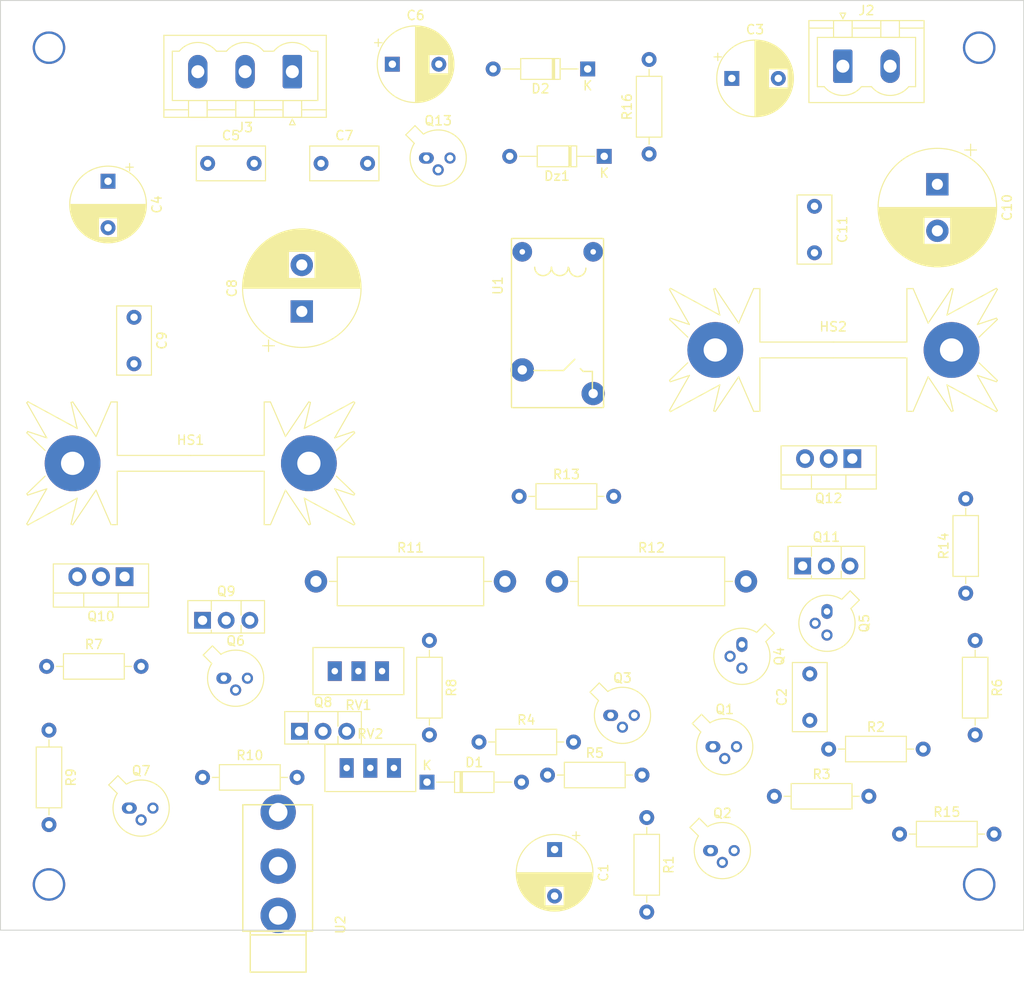
<source format=kicad_pcb>
(kicad_pcb (version 20211014) (generator pcbnew)
  (title_block (title "Belafki/Elhaddad") (company "INSA GEI"))
  (layers (0 "F.Cu" signal) (31 "B.Cu" signal) (34 "B.Paste" user) (35 "F.Paste" user) (36 "B.SilkS" user "B.Silkscreen") (37 "F.SilkS" user "F.Silkscreen") (38 "B.Mask" user) (39 "F.Mask" user) (44 "Edge.Cuts" user))
  (net 0 "")
  (net 1 "Net-(C1-Pad1)")
  (net 2 "Net-(C1-Pad2)")
  (net 3 "Net-(C2-Pad1)")
  (net 4 "Net-(C2-Pad2)")
  (net 5 "Net-(C3-Pad1)")
  (net 6 "GND")
  (net 7 "+12V")
  (net 8 "-12V")
  (net 9 "Net-(D1-Pad2)")
  (net 10 "Net-(D2-Pad2)")
  (net 11 "Net-(Dz1-Pad2)")
  (net 12 "Net-(J2-Pad1)")
  (net 13 "Net-(Q1-Pad1)")
  (net 14 "Net-(Q2-Pad2)")
  (net 15 "Net-(Q2-Pad3)")
  (net 16 "Net-(Q3-Pad1)")
  (net 17 "Net-(Q4-Pad1)")
  (net 18 "Net-(Q5-Pad1)")
  (net 19 "Net-(Q6-Pad1)")
  (net 20 "Net-(Q6-Pad2)")
  (net 21 "Net-(Q6-Pad3)")
  (net 22 "Net-(Q7-Pad1)")
  (net 23 "Net-(Q8-Pad3)")
  (net 24 "Net-(Q10-Pad2)")
  (net 25 "Net-(Q10-Pad1)")
  (net 26 "Net-(Q11-Pad1)")
  (net 27 "Net-(Q11-Pad2)")
  (net 28 "Net-(R8-Pad1)")
  (net 29 "Net-(R10-Pad2)")
  (net 30 "Net-(R11-Pad2)")
  (footprint "Resistor_THT:R_Axial_DIN0516_L15.5mm_D5.0mm_P20.32mm_Horizontal" (layer "F.Cu") (at 150.114 105.156)
    (fp_text reference "R12" (at 10.16 -3.62) (layer "F.SilkS"))
    (fp_text value "R")
    (pad "1" thru_hole circle (at 0 0) (size 2.4 2.4) (drill 1.2) (layers *.Cu *.Mask) (net 30 "Net-(R11-Pad2)"))
    (pad "2" thru_hole oval (at 20.32 0) (size 2.4 2.4) (drill 1.2) (layers *.Cu *.Mask) (net 26 "Net-(Q11-Pad1)"))
  )
  (footprint "Capacitor_THT:C_Rect_L7.2mm_W3.5mm_P5.00mm_FKS2_FKP2_MKS2_MKP2" (layer "F.Cu") (at 177.8 64.81 -90)
    (fp_text reference "C11" (at 2.5 -3 90) (layer "F.SilkS"))
    (fp_text value "100n")
    (pad "1" thru_hole circle (at 0 0 270) (size 1.6 1.6) (drill 0.8) (layers *.Cu *.Mask) (net 6 "GND"))
    (pad "2" thru_hole circle (at 5 0 270) (size 1.6 1.6) (drill 0.8) (layers *.Cu *.Mask) (net 8 "-12V"))
  )
  (footprint "Heatsink:Heatsink_Fischer_SK104-STC-STIC_35x13mm_2xDrill2.5mm" (layer "F.Cu") (at 110.744 92.456)
    (fp_text reference "HS1" (at -0.025 -2.5) (layer "F.SilkS"))
    (fp_text value "Heatsink")
    (pad "1" thru_hole circle (at 12.7 0) (size 6 6) (drill 2.5) (layers *.Cu *.Mask))
    (pad "1" thru_hole circle (at -12.7 0 180) (size 6 6) (drill 2.5) (layers *.Cu *.Mask))
  )
  (footprint "Package_TO_SOT_THT:TO-126-3_Vertical" (layer "F.Cu") (at 176.53 103.499)
    (fp_text reference "Q11" (at 2.54 -3.12) (layer "F.SilkS"))
    (fp_text value "BD138")
    (pad "1" thru_hole rect (at 0 0) (size 1.8 1.8) (drill 1) (layers *.Cu *.Mask) (net 26 "Net-(Q11-Pad1)"))
    (pad "2" thru_hole oval (at 2.54 0) (size 1.8 1.8) (drill 1) (layers *.Cu *.Mask) (net 27 "Net-(Q11-Pad2)"))
    (pad "3" thru_hole oval (at 5.08 0) (size 1.8 1.8) (drill 1) (layers *.Cu *.Mask) (net 4 "Net-(C2-Pad2)"))
  )
  (footprint "Package_TO_SOT_THT:TO-18-3" (layer "F.Cu") (at 114.3 115.57)
    (fp_text reference "Q6" (at 1.27 -4.02) (layer "F.SilkS"))
    (fp_text value "2N2907")
    (pad "1" thru_hole oval (at 0 0) (size 1.6 1.2) (drill 0.7) (layers *.Cu *.Mask) (net 19 "Net-(Q6-Pad1)"))
    (pad "2" thru_hole oval (at 1.27 1.27) (size 1.2 1.2) (drill 0.7) (layers *.Cu *.Mask) (net 20 "Net-(Q6-Pad2)"))
    (pad "3" thru_hole oval (at 2.54 0) (size 1.2 1.2) (drill 0.7) (layers *.Cu *.Mask) (net 21 "Net-(Q6-Pad3)"))
  )
  (footprint "Capacitor_THT:C_Rect_L7.2mm_W3.5mm_P5.00mm_FKS2_FKP2_MKS2_MKP2" (layer "F.Cu") (at 177.292 120.102 90)
    (fp_text reference "C2" (at 2.5 -3 90) (layer "F.SilkS"))
    (fp_text value "C")
    (pad "1" thru_hole circle (at 0 0 90) (size 1.6 1.6) (drill 0.8) (layers *.Cu *.Mask) (net 3 "Net-(C2-Pad1)"))
    (pad "2" thru_hole circle (at 5 0 90) (size 1.6 1.6) (drill 0.8) (layers *.Cu *.Mask) (net 4 "Net-(C2-Pad2)"))
  )
  (footprint "Resistor_THT:R_Axial_DIN0207_L6.3mm_D2.5mm_P10.16mm_Horizontal" (layer "F.Cu") (at 95.504 121.158 -90)
    (fp_text reference "R9" (at 5.08 -2.37 90) (layer "F.SilkS"))
    (fp_text value "R")
    (pad "1" thru_hole circle (at 0 0 270) (size 1.6 1.6) (drill 0.8) (layers *.Cu *.Mask) (net 7 "+12V"))
    (pad "2" thru_hole oval (at 10.16 0 270) (size 1.6 1.6) (drill 0.8) (layers *.Cu *.Mask) (net 22 "Net-(Q7-Pad1)"))
  )
  (footprint "Package_TO_SOT_THT:TO-18-3" (layer "F.Cu") (at 169.995276 111.944724 -90)
    (fp_text reference "Q4" (at 1.27 -4.02 90) (layer "F.SilkS"))
    (fp_text value "2N2222")
    (pad "1" thru_hole oval (at 0 0 270) (size 1.6 1.2) (drill 0.7) (layers *.Cu *.Mask) (net 17 "Net-(Q4-Pad1)"))
    (pad "2" thru_hole oval (at 1.27 1.27 270) (size 1.2 1.2) (drill 0.7) (layers *.Cu *.Mask) (net 3 "Net-(C2-Pad1)"))
    (pad "3" thru_hole oval (at 2.54 0 270) (size 1.2 1.2) (drill 0.7) (layers *.Cu *.Mask) (net 4 "Net-(C2-Pad2)"))
  )
  (footprint "Package_TO_SOT_THT:TO-18-3" (layer "F.Cu") (at 104.14 129.54)
    (fp_text reference "Q7" (at 1.27 -4.02) (layer "F.SilkS"))
    (fp_text value "2N2907")
    (pad "1" thru_hole oval (at 0 0) (size 1.6 1.2) (drill 0.7) (layers *.Cu *.Mask) (net 22 "Net-(Q7-Pad1)"))
    (pad "2" thru_hole oval (at 1.27 1.27) (size 1.2 1.2) (drill 0.7) (layers *.Cu *.Mask) (net 20 "Net-(Q6-Pad2)"))
    (pad "3" thru_hole oval (at 2.54 0) (size 1.2 1.2) (drill 0.7) (layers *.Cu *.Mask) (net 20 "Net-(Q6-Pad2)"))
  )
  (footprint "Resistor_THT:R_Axial_DIN0207_L6.3mm_D2.5mm_P10.16mm_Horizontal" (layer "F.Cu") (at 173.482 128.27)
    (fp_text reference "R3" (at 5.08 -2.37) (layer "F.SilkS"))
    (fp_text value "R")
    (pad "1" thru_hole circle (at 0 0) (size 1.6 1.6) (drill 0.8) (layers *.Cu *.Mask) (net 15 "Net-(Q2-Pad3)"))
    (pad "2" thru_hole oval (at 10.16 0) (size 1.6 1.6) (drill 0.8) (layers *.Cu *.Mask) (net 8 "-12V"))
  )
  (footprint "Resistor_THT:R_Axial_DIN0207_L6.3mm_D2.5mm_P10.16mm_Horizontal" (layer "F.Cu") (at 141.732 122.428)
    (fp_text reference "R4" (at 5.08 -2.37) (layer "F.SilkS"))
    (fp_text value "R")
    (pad "1" thru_hole circle (at 0 0) (size 1.6 1.6) (drill 0.8) (layers *.Cu *.Mask) (net 7 "+12V"))
    (pad "2" thru_hole oval (at 10.16 0) (size 1.6 1.6) (drill 0.8) (layers *.Cu *.Mask) (net 16 "Net-(Q3-Pad1)"))
  )
  (footprint "Package_TO_SOT_THT:TO-220-3_Vertical" (layer "F.Cu") (at 103.632 104.648 180)
    (fp_text reference "Q10" (at 2.54 -4.27) (layer "F.SilkS"))
    (fp_text value "TIP32")
    (pad "1" thru_hole rect (at 0 0 180) (size 1.905 2) (drill 1.1) (layers *.Cu *.Mask) (net 25 "Net-(Q10-Pad1)"))
    (pad "2" thru_hole oval (at 2.54 0 180) (size 1.905 2) (drill 1.1) (layers *.Cu *.Mask) (net 24 "Net-(Q10-Pad2)"))
    (pad "3" thru_hole oval (at 5.08 0 180) (size 1.905 2) (drill 1.1) (layers *.Cu *.Mask) (net 7 "+12V"))
  )
  (footprint "Resistor_THT:R_Axial_DIN0207_L6.3mm_D2.5mm_P10.16mm_Horizontal" (layer "F.Cu") (at 159.766 130.556 -90)
    (fp_text reference "R1" (at 5.08 -2.37 90) (layer "F.SilkS"))
    (fp_text value "R")
    (pad "1" thru_hole circle (at 0 0 270) (size 1.6 1.6) (drill 0.8) (layers *.Cu *.Mask) (net 1 "Net-(C1-Pad1)"))
    (pad "2" thru_hole oval (at 10.16 0 270) (size 1.6 1.6) (drill 0.8) (layers *.Cu *.Mask) (net 6 "GND"))
  )
  (footprint "Resistor_THT:R_Axial_DIN0516_L15.5mm_D5.0mm_P20.32mm_Horizontal" (layer "F.Cu") (at 124.206 105.156)
    (fp_text reference "R11" (at 10.16 -3.62) (layer "F.SilkS"))
    (fp_text value "R")
    (pad "1" thru_hole circle (at 0 0) (size 2.4 2.4) (drill 1.2) (layers *.Cu *.Mask) (net 24 "Net-(Q10-Pad2)"))
    (pad "2" thru_hole oval (at 20.32 0) (size 2.4 2.4) (drill 1.2) (layers *.Cu *.Mask) (net 30 "Net-(R11-Pad2)"))
  )
  (footprint "Resistor_THT:R_Axial_DIN0207_L6.3mm_D2.5mm_P10.16mm_Horizontal" (layer "F.Cu") (at 95.25 114.3)
    (fp_text reference "R7" (at 5.08 -2.37) (layer "F.SilkS"))
    (fp_text value "R")
    (pad "1" thru_hole circle (at 0 0) (size 1.6 1.6) (drill 0.8) (layers *.Cu *.Mask) (net 7 "+12V"))
    (pad "2" thru_hole oval (at 10.16 0) (size 1.6 1.6) (drill 0.8) (layers *.Cu *.Mask) (net 19 "Net-(Q6-Pad1)"))
  )
  (footprint "Package_TO_SOT_THT:TO-220-3_Vertical" (layer "F.Cu") (at 181.864 91.948 180)
    (fp_text reference "Q12" (at 2.54 -4.27) (layer "F.SilkS"))
    (fp_text value "TIP31")
    (pad "1" thru_hole rect (at 0 0 180) (size 1.905 2) (drill 1.1) (layers *.Cu *.Mask) (net 27 "Net-(Q11-Pad2)"))
    (pad "2" thru_hole oval (at 2.54 0 180) (size 1.905 2) (drill 1.1) (layers *.Cu *.Mask) (net 26 "Net-(Q11-Pad1)"))
    (pad "3" thru_hole oval (at 5.08 0 180) (size 1.905 2) (drill 1.1) (layers *.Cu *.Mask) (net 8 "-12V"))
  )
  (footprint "Resistor_THT:R_Axial_DIN0207_L6.3mm_D2.5mm_P10.16mm_Horizontal" (layer "F.Cu") (at 149.098 125.984)
    (fp_text reference "R5" (at 5.08 -2.37) (layer "F.SilkS"))
    (fp_text value "R")
    (pad "1" thru_hole circle (at 0 0) (size 1.6 1.6) (drill 0.8) (layers *.Cu *.Mask) (net 11 "Net-(Dz1-Pad2)"))
    (pad "2" thru_hole oval (at 10.16 0) (size 1.6 1.6) (drill 0.8) (layers *.Cu *.Mask) (net 6 "GND"))
  )
  (footprint "Diode_THT:D_DO-35_SOD27_P10.16mm_Horizontal" (layer "F.Cu") (at 136.144 126.746)
    (fp_text reference "D1" (at 5.08 -2.12) (layer "F.SilkS"))
    (fp_text value "1N4148")
    (fp_text user "K" (at 0 -1.8) (layer "F.SilkS"))
    (pad "1" thru_hole rect (at 0 0) (size 1.6 1.6) (drill 0.8) (layers *.Cu *.Mask) (net 7 "+12V"))
    (pad "2" thru_hole oval (at 10.16 0) (size 1.6 1.6) (drill 0.8) (layers *.Cu *.Mask) (net 9 "Net-(D1-Pad2)"))
  )
  (footprint "Package_TO_SOT_THT:TO-18-3" (layer "F.Cu") (at 155.886724 119.564724)
    (fp_text reference "Q3" (at 1.27 -4.02) (layer "F.SilkS"))
    (fp_text value "2N2907")
    (pad "1" thru_hole oval (at 0 0) (size 1.6 1.2) (drill 0.7) (layers *.Cu *.Mask) (net 16 "Net-(Q3-Pad1)"))
    (pad "2" thru_hole oval (at 1.27 1.27) (size 1.2 1.2) (drill 0.7) (layers *.Cu *.Mask) (net 11 "Net-(Dz1-Pad2)"))
    (pad "3" thru_hole oval (at 2.54 0) (size 1.2 1.2) (drill 0.7) (layers *.Cu *.Mask) (net 13 "Net-(Q1-Pad1)"))
  )
  (footprint "Capacitor_THT:C_Rect_L7.2mm_W3.5mm_P5.00mm_FKS2_FKP2_MKS2_MKP2" (layer "F.Cu") (at 104.648 76.748 -90)
    (fp_text reference "C9" (at 2.5 -3 90) (layer "F.SilkS"))
    (fp_text value "100n")
    (pad "1" thru_hole circle (at 0 0 270) (size 1.6 1.6) (drill 0.8) (layers *.Cu *.Mask) (net 7 "+12V"))
    (pad "2" thru_hole circle (at 5 0 270) (size 1.6 1.6) (drill 0.8) (layers *.Cu *.Mask) (net 6 "GND"))
  )
  (footprint "Capacitor_THT:CP_Radial_D8.0mm_P5.00mm" (layer "F.Cu") (at 132.414 49.53)
    (fp_text reference "C6" (at 2.5 -5.25) (layer "F.SilkS"))
    (fp_text value "10u")
    (pad "1" thru_hole rect (at 0 0) (size 1.6 1.6) (drill 0.8) (layers *.Cu *.Mask) (net 6 "GND"))
    (pad "2" thru_hole circle (at 5 0) (size 1.6 1.6) (drill 0.8) (layers *.Cu *.Mask) (net 8 "-12V"))
  )
  (footprint "Capacitor_THT:CP_Radial_D8.0mm_P5.00mm" (layer "F.Cu") (at 149.86 133.995349 -90)
    (fp_text reference "C1" (at 2.5 -5.25 90) (layer "F.SilkS"))
    (fp_text value "47u")
    (pad "1" thru_hole rect (at 0 0 270) (size 1.6 1.6) (drill 0.8) (layers *.Cu *.Mask) (net 1 "Net-(C1-Pad1)"))
    (pad "2" thru_hole circle (at 5 0 270) (size 1.6 1.6) (drill 0.8) (layers *.Cu *.Mask) (net 2 "Net-(C1-Pad2)"))
  )
  (footprint "Diode_THT:D_DO-35_SOD27_P10.16mm_Horizontal" (layer "F.Cu") (at 153.416 50.038 180)
    (fp_text reference "D2" (at 5.08 -2.12) (layer "F.SilkS"))
    (fp_text value "D_Zener")
    (fp_text user "K" (at 0 -1.8) (layer "F.SilkS"))
    (pad "1" thru_hole rect (at 0 0 180) (size 1.6 1.6) (drill 0.8) (layers *.Cu *.Mask) (net 5 "Net-(C3-Pad1)"))
    (pad "2" thru_hole oval (at 10.16 0 180) (size 1.6 1.6) (drill 0.8) (layers *.Cu *.Mask) (net 10 "Net-(D2-Pad2)"))
  )
  (footprint "Capacitor_THT:CP_Radial_D8.0mm_P5.00mm" (layer "F.Cu") (at 168.91 51.054)
    (fp_text reference "C3" (at 2.5 -5.25) (layer "F.SilkS"))
    (fp_text value "100u")
    (pad "1" thru_hole rect (at 0 0) (size 1.6 1.6) (drill 0.8) (layers *.Cu *.Mask) (net 5 "Net-(C3-Pad1)"))
    (pad "2" thru_hole circle (at 5 0) (size 1.6 1.6) (drill 0.8) (layers *.Cu *.Mask) (net 6 "GND"))
  )
  (footprint "Package_TO_SOT_THT:TO-126-3_Vertical" (layer "F.Cu") (at 112.014 109.341)
    (fp_text reference "Q9" (at 2.54 -3.12) (layer "F.SilkS"))
    (fp_text value "BD139")
    (pad "1" thru_hole rect (at 0 0) (size 1.8 1.8) (drill 1) (layers *.Cu *.Mask) (net 24 "Net-(Q10-Pad2)"))
    (pad "2" thru_hole oval (at 2.54 0) (size 1.8 1.8) (drill 1) (layers *.Cu *.Mask) (net 25 "Net-(Q10-Pad1)"))
    (pad "3" thru_hole oval (at 5.08 0) (size 1.8 1.8) (drill 1) (layers *.Cu *.Mask) (net 21 "Net-(Q6-Pad3)"))
  )
  (footprint "Connector_Phoenix_MSTB:PhoenixContact_MSTBVA_2,5_3-G-5,08_1x03_P5.08mm_Vertical" (layer "F.Cu") (at 121.666 50.3315 180)
    (fp_text reference "J3" (at 5.08 -6) (layer "F.SilkS"))
    (fp_text value "Conn_01x03")
    (pad "1" thru_hole roundrect (at 0 0 180) (size 2.08 3.6) (drill 1.4) (layers *.Cu *.Mask) (roundrect_rratio 0.120192) (net 8 "-12V"))
    (pad "2" thru_hole oval (at 5.08 0 180) (size 2.08 3.6) (drill 1.4) (layers *.Cu *.Mask) (net 6 "GND"))
    (pad "3" thru_hole oval (at 10.16 0 180) (size 2.08 3.6) (drill 1.4) (layers *.Cu *.Mask) (net 7 "+12V"))
  )
  (footprint "Resistor_THT:R_Axial_DIN0207_L6.3mm_D2.5mm_P10.16mm_Horizontal" (layer "F.Cu") (at 146.05 96.012)
    (fp_text reference "R13" (at 5.08 -2.37) (layer "F.SilkS"))
    (fp_text value "R")
    (pad "1" thru_hole circle (at 0 0) (size 1.6 1.6) (drill 0.8) (layers *.Cu *.Mask) (net 30 "Net-(R11-Pad2)"))
    (pad "2" thru_hole oval (at 10.16 0) (size 1.6 1.6) (drill 0.8) (layers *.Cu *.Mask) (net 6 "GND"))
  )
  (footprint "Resistor_THT:R_Axial_DIN0207_L6.3mm_D2.5mm_P10.16mm_Horizontal" (layer "F.Cu") (at 160.02 59.182 90)
    (fp_text reference "R16" (at 5.08 -2.37 90) (layer "F.SilkS"))
    (fp_text value "R")
    (pad "1" thru_hole circle (at 0 0 90) (size 1.6 1.6) (drill 0.8) (layers *.Cu *.Mask) (net 7 "+12V"))
    (pad "2" thru_hole oval (at 10.16 0 90) (size 1.6 1.6) (drill 0.8) (layers *.Cu *.Mask) (net 5 "Net-(C3-Pad1)"))
  )
  (footprint "Capacitor_THT:CP_Radial_D12.5mm_P5.00mm" (layer "F.Cu") (at 191.008 62.446041 -90)
    (fp_text reference "C10" (at 2.5 -7.5 90) (layer "F.SilkS"))
    (fp_text value "470u")
    (pad "1" thru_hole rect (at 0 0 270) (size 2.4 2.4) (drill 1.2) (layers *.Cu *.Mask) (net 6 "GND"))
    (pad "2" thru_hole circle (at 5 0 270) (size 2.4 2.4) (drill 1.2) (layers *.Cu *.Mask) (net 8 "-12V"))
  )
  (footprint "Package_TO_SOT_THT:TO-18-3" (layer "F.Cu") (at 166.878 122.936)
    (fp_text reference "Q1" (at 1.27 -4.02) (layer "F.SilkS"))
    (fp_text value "2N2907")
    (pad "1" thru_hole oval (at 0 0) (size 1.6 1.2) (drill 0.7) (layers *.Cu *.Mask) (net 13 "Net-(Q1-Pad1)"))
    (pad "2" thru_hole oval (at 1.27 1.27) (size 1.2 1.2) (drill 0.7) (layers *.Cu *.Mask) (net 1 "Net-(C1-Pad1)"))
    (pad "3" thru_hole oval (at 2.54 0) (size 1.2 1.2) (drill 0.7) (layers *.Cu *.Mask) (net 3 "Net-(C2-Pad1)"))
  )
  (footprint "Heatsink:Heatsink_Fischer_SK104-STC-STIC_35x13mm_2xDrill2.5mm" (layer "F.Cu") (at 179.832 80.264)
    (fp_text reference "HS2" (at -0.025 -2.5) (layer "F.SilkS"))
    (fp_text value "Heatsink")
    (pad "1" thru_hole circle (at 12.7 0) (size 6 6) (drill 2.5) (layers *.Cu *.Mask))
    (pad "1" thru_hole circle (at -12.7 0 180) (size 6 6) (drill 2.5) (layers *.Cu *.Mask))
  )
  (footprint "CmpAmpliAudioTR:Jack_35RAPC2AV" (layer "F.Cu") (at 120.142 143.1805 90)
    (fp_text reference "U2" (at 1.1 6.7 90) (layer "F.SilkS"))
    (fp_text value "Jack_Mono")
    (pad "G" thru_hole circle locked (at 2.1 0 90) (size 3.8 3.8) (drill 2) (layers *.Cu *.Mask) (net 6 "GND"))
    (pad "T" thru_hole circle locked (at 7.4 0 90) (size 3.8 3.8) (drill 2) (layers *.Cu *.Mask) (net 2 "Net-(C1-Pad2)"))
    (pad "TN" thru_hole circle locked (at 13.2 0 90) (size 3.8 3.8) (drill 2) (layers *.Cu *.Mask))
  )
  (footprint "Capacitor_THT:C_Rect_L7.2mm_W3.5mm_P5.00mm_FKS2_FKP2_MKS2_MKP2" (layer "F.Cu") (at 124.754 60.198)
    (fp_text reference "C7" (at 2.5 -3) (layer "F.SilkS"))
    (fp_text value "100n")
    (pad "1" thru_hole circle (at 0 0) (size 1.6 1.6) (drill 0.8) (layers *.Cu *.Mask) (net 6 "GND"))
    (pad "2" thru_hole circle (at 5 0) (size 1.6 1.6) (drill 0.8) (layers *.Cu *.Mask) (net 8 "-12V"))
  )
  (footprint "Diode_THT:D_DO-35_SOD27_P10.16mm_Horizontal" (layer "F.Cu") (at 155.194 59.436 180)
    (fp_text reference "Dz1" (at 5.08 -2.12) (layer "F.SilkS"))
    (fp_text value "BZX55C5V1")
    (fp_text user "K" (at 0 -1.8) (layer "F.SilkS"))
    (pad "1" thru_hole rect (at 0 0 180) (size 1.6 1.6) (drill 0.8) (layers *.Cu *.Mask) (net 7 "+12V"))
    (pad "2" thru_hole oval (at 10.16 0 180) (size 1.6 1.6) (drill 0.8) (layers *.Cu *.Mask) (net 11 "Net-(Dz1-Pad2)"))
  )
  (footprint "Resistor_THT:R_Axial_DIN0207_L6.3mm_D2.5mm_P10.16mm_Horizontal" (layer "F.Cu") (at 186.944 132.334)
    (fp_text reference "R15" (at 5.08 -2.37) (layer "F.SilkS"))
    (fp_text value "R")
    (pad "1" thru_hole circle (at 0 0) (size 1.6 1.6) (drill 0.8) (layers *.Cu *.Mask) (net 14 "Net-(Q2-Pad2)"))
    (pad "2" thru_hole oval (at 10.16 0) (size 1.6 1.6) (drill 0.8) (layers *.Cu *.Mask) (net 6 "GND"))
  )
  (footprint "Resistor_THT:R_Axial_DIN0207_L6.3mm_D2.5mm_P10.16mm_Horizontal" (layer "F.Cu") (at 194.056 106.426 90)
    (fp_text reference "R14" (at 5.08 -2.37 90) (layer "F.SilkS"))
    (fp_text value "R")
    (pad "1" thru_hole circle (at 0 0 90) (size 1.6 1.6) (drill 0.8) (layers *.Cu *.Mask) (net 14 "Net-(Q2-Pad2)"))
    (pad "2" thru_hole oval (at 10.16 0 90) (size 1.6 1.6) (drill 0.8) (layers *.Cu *.Mask) (net 30 "Net-(R11-Pad2)"))
  )
  (footprint "Resistor_THT:R_Axial_DIN0207_L6.3mm_D2.5mm_P10.16mm_Horizontal" (layer "F.Cu") (at 136.398 111.506 -90)
    (fp_text reference "R8" (at 5.08 -2.37 90) (layer "F.SilkS"))
    (fp_text value "R")
    (pad "1" thru_hole circle (at 0 0 270) (size 1.6 1.6) (drill 0.8) (layers *.Cu *.Mask) (net 28 "Net-(R8-Pad1)"))
    (pad "2" thru_hole oval (at 10.16 0 270) (size 1.6 1.6) (drill 0.8) (layers *.Cu *.Mask) (net 4 "Net-(C2-Pad2)"))
  )
  (footprint "Package_TO_SOT_THT:TO-18-3" (layer "F.Cu") (at 179.139276 108.388724 -90)
    (fp_text reference "Q5" (at 1.27 -4.02 90) (layer "F.SilkS"))
    (fp_text value "2N2222")
    (pad "1" thru_hole oval (at 0 0 270) (size 1.6 1.2) (drill 0.7) (layers *.Cu *.Mask) (net 18 "Net-(Q5-Pad1)"))
    (pad "2" thru_hole oval (at 1.27 1.27 270) (size 1.2 1.2) (drill 0.7) (layers *.Cu *.Mask) (net 17 "Net-(Q4-Pad1)"))
    (pad "3" thru_hole oval (at 2.54 0 270) (size 1.2 1.2) (drill 0.7) (layers *.Cu *.Mask) (net 4 "Net-(C2-Pad2)"))
  )
  (footprint "CmpAmpliAudioTR:Relais_112LMH2" (layer "F.Cu") (at 136.8625 44.6445 -90)
    (fp_text reference "U1" (at 28.7 -6.9 90) (layer "F.SilkS"))
    (fp_text value "Relay_1CT")
    (pad "b1" thru_hole circle locked (at 25.065 -9.525 270) (size 2.1 2.1) (drill 0.6) (layers *.Cu *.Mask) (net 9 "Net-(D1-Pad2)"))
    (pad "b2" thru_hole circle locked (at 25.065 -17.145 270) (size 2.1 2.1) (drill 0.6) (layers *.Cu *.Mask) (net 7 "+12V"))
    (pad "c1" thru_hole circle locked (at 37.765 -9.525 270) (size 2.5 2.5) (drill 1) (layers *.Cu *.Mask) (net 30 "Net-(R11-Pad2)"))
    (pad "c2" thru_hole circle locked (at 40.305 -17.145 270) (size 2.5 2.5) (drill 1) (layers *.Cu *.Mask) (net 12 "Net-(J2-Pad1)"))
  )
  (footprint "Package_TO_SOT_THT:TO-18-3" (layer "F.Cu") (at 166.624 134.112)
    (fp_text reference "Q2" (at 1.27 -4.02) (layer "F.SilkS"))
    (fp_text value "2N2907")
    (pad "1" thru_hole oval (at 0 0) (size 1.6 1.2) (drill 0.7) (layers *.Cu *.Mask) (net 13 "Net-(Q1-Pad1)"))
    (pad "2" thru_hole oval (at 1.27 1.27) (size 1.2 1.2) (drill 0.7) (layers *.Cu *.Mask) (net 14 "Net-(Q2-Pad2)"))
    (pad "3" thru_hole oval (at 2.54 0) (size 1.2 1.2) (drill 0.7) (layers *.Cu *.Mask) (net 15 "Net-(Q2-Pad3)"))
  )
  (footprint "Connector_Phoenix_MSTB:PhoenixContact_MSTBVA_2,5_2-G-5,08_1x02_P5.08mm_Vertical" (layer "F.Cu") (at 180.848 49.7445)
    (fp_text reference "J2" (at 2.54 -6) (layer "F.SilkS"))
    (fp_text value "Conn_01x02")
    (pad "1" thru_hole roundrect (at 0 0) (size 2.08 3.6) (drill 1.4) (layers *.Cu *.Mask) (roundrect_rratio 0.120192) (net 12 "Net-(J2-Pad1)"))
    (pad "2" thru_hole oval (at 5.08 0) (size 2.08 3.6) (drill 1.4) (layers *.Cu *.Mask) (net 6 "GND"))
  )
  (footprint "CmpAmpliAudioTR:Potentiometer_Bourns_3296W_Vertical" (layer "F.Cu") (at 132.588 125.222)
    (fp_text reference "RV2" (at -2.54 -3.66) (layer "F.SilkS"))
    (fp_text value "R_POT")
    (pad "1" thru_hole rect locked (at 0 0) (size 1.5 2.1) (drill 0.7) (layers *.Cu *.Mask) (net 29 "Net-(R10-Pad2)"))
    (pad "2" thru_hole rect locked (at -2.54 0) (size 1.5 2.1) (drill 0.7) (layers *.Cu *.Mask) (net 29 "Net-(R10-Pad2)"))
    (pad "3" thru_hole rect locked (at -5.08 0) (size 1.5 2.1) (drill 0.7) (layers *.Cu *.Mask) (net 6 "GND"))
  )
  (footprint "Resistor_THT:R_Axial_DIN0207_L6.3mm_D2.5mm_P10.16mm_Horizontal" (layer "F.Cu") (at 179.324 123.19)
    (fp_text reference "R2" (at 5.08 -2.37) (layer "F.SilkS"))
    (fp_text value "R")
    (pad "1" thru_hole circle (at 0 0) (size 1.6 1.6) (drill 0.8) (layers *.Cu *.Mask) (net 3 "Net-(C2-Pad1)"))
    (pad "2" thru_hole oval (at 10.16 0) (size 1.6 1.6) (drill 0.8) (layers *.Cu *.Mask) (net 8 "-12V"))
  )
  (footprint "CmpAmpliAudioTR:Potentiometer_Bourns_3296W_Vertical" (layer "F.Cu") (at 126.228 114.808 180)
    (fp_text reference "RV1" (at -2.54 -3.66) (layer "F.SilkS"))
    (fp_text value "R_POT")
    (pad "1" thru_hole rect locked (at 0 0 180) (size 1.5 2.1) (drill 0.7) (layers *.Cu *.Mask) (net 21 "Net-(Q6-Pad3)"))
    (pad "2" thru_hole rect locked (at -2.54 0 180) (size 1.5 2.1) (drill 0.7) (layers *.Cu *.Mask) (net 23 "Net-(Q8-Pad3)"))
    (pad "3" thru_hole rect locked (at -5.08 0 180) (size 1.5 2.1) (drill 0.7) (layers *.Cu *.Mask) (net 28 "Net-(R8-Pad1)"))
  )
  (footprint "Capacitor_THT:CP_Radial_D12.5mm_P5.00mm" (layer "F.Cu") (at 122.682 76.12 90)
    (fp_text reference "C8" (at 2.5 -7.5 90) (layer "F.SilkS"))
    (fp_text value "470u")
    (pad "1" thru_hole rect (at 0 0 90) (size 2.4 2.4) (drill 1.2) (layers *.Cu *.Mask) (net 7 "+12V"))
    (pad "2" thru_hole circle (at 5 0 90) (size 2.4 2.4) (drill 1.2) (layers *.Cu *.Mask) (net 6 "GND"))
  )
  (footprint "Package_TO_SOT_THT:TO-18-3" (layer "F.Cu") (at 136.074724 59.620724)
    (fp_text reference "Q13" (at 1.27 -4.02) (layer "F.SilkS"))
    (fp_text value "2N2222")
    (pad "1" thru_hole oval (at 0 0) (size 1.6 1.2) (drill 0.7) (layers *.Cu *.Mask) (net 6 "GND"))
    (pad "2" thru_hole oval (at 1.27 1.27) (size 1.2 1.2) (drill 0.7) (layers *.Cu *.Mask) (net 10 "Net-(D2-Pad2)"))
    (pad "3" thru_hole oval (at 2.54 0) (size 1.2 1.2) (drill 0.7) (layers *.Cu *.Mask) (net 9 "Net-(D1-Pad2)"))
  )
  (footprint "Capacitor_THT:C_Rect_L7.2mm_W3.5mm_P5.00mm_FKS2_FKP2_MKS2_MKP2" (layer "F.Cu") (at 112.562 60.198)
    (fp_text reference "C5" (at 2.5 -3) (layer "F.SilkS"))
    (fp_text value "100n")
    (pad "1" thru_hole circle (at 0 0) (size 1.6 1.6) (drill 0.8) (layers *.Cu *.Mask) (net 7 "+12V"))
    (pad "2" thru_hole circle (at 5 0) (size 1.6 1.6) (drill 0.8) (layers *.Cu *.Mask) (net 6 "GND"))
  )
  (footprint "Package_TO_SOT_THT:TO-126-3_Vertical" (layer "F.Cu") (at 122.428 121.279)
    (fp_text reference "Q8" (at 2.54 -3.12) (layer "F.SilkS"))
    (fp_text value "BD139")
    (pad "1" thru_hole rect (at 0 0) (size 1.8 1.8) (drill 1) (layers *.Cu *.Mask) (net 21 "Net-(Q6-Pad3)"))
    (pad "2" thru_hole oval (at 2.54 0) (size 1.8 1.8) (drill 1) (layers *.Cu *.Mask) (net 4 "Net-(C2-Pad2)"))
    (pad "3" thru_hole oval (at 5.08 0) (size 1.8 1.8) (drill 1) (layers *.Cu *.Mask) (net 23 "Net-(Q8-Pad3)"))
  )
  (footprint "Capacitor_THT:CP_Radial_D8.0mm_P5.00mm" (layer "F.Cu") (at 101.854 62.113349 -90)
    (fp_text reference "C4" (at 2.5 -5.25 90) (layer "F.SilkS"))
    (fp_text value "10u")
    (pad "1" thru_hole rect (at 0 0 270) (size 1.6 1.6) (drill 0.8) (layers *.Cu *.Mask) (net 7 "+12V"))
    (pad "2" thru_hole circle (at 5 0 270) (size 1.6 1.6) (drill 0.8) (layers *.Cu *.Mask) (net 6 "GND"))
  )
  (footprint "Resistor_THT:R_Axial_DIN0207_L6.3mm_D2.5mm_P10.16mm_Horizontal" (layer "F.Cu") (at 195.072 111.506 -90)
    (fp_text reference "R6" (at 5.08 -2.37 90) (layer "F.SilkS"))
    (fp_text value "R")
    (pad "1" thru_hole circle (at 0 0 270) (size 1.6 1.6) (drill 0.8) (layers *.Cu *.Mask) (net 18 "Net-(Q5-Pad1)"))
    (pad "2" thru_hole oval (at 10.16 0 270) (size 1.6 1.6) (drill 0.8) (layers *.Cu *.Mask) (net 8 "-12V"))
  )
  (footprint "Resistor_THT:R_Axial_DIN0207_L6.3mm_D2.5mm_P10.16mm_Horizontal" (layer "F.Cu") (at 112.014 126.238)
    (fp_text reference "R10" (at 5.08 -2.37) (layer "F.SilkS"))
    (fp_text value "R")
    (pad "1" thru_hole circle (at 0 0) (size 1.6 1.6) (drill 0.8) (layers *.Cu *.Mask) (net 20 "Net-(Q6-Pad2)"))
    (pad "2" thru_hole oval (at 10.16 0) (size 1.6 1.6) (drill 0.8) (layers *.Cu *.Mask) (net 29 "Net-(R10-Pad2)"))
  )
  (gr_rect (start 90.288 42.672) (end 200.288 142.672) (layer "Edge.Cuts") (width 0.1) (fill none))
  (via (at 95.504 47.752) (size 3.5) (drill 3) (layers "F.Cu" "B.Cu") (net 0))
  (via (at 95.504 137.752) (size 3.5) (drill 3) (layers "F.Cu" "B.Cu") (net 0))
  (via (at 195.504 47.752) (size 3.5) (drill 3) (layers "F.Cu" "B.Cu") (net 0))
  (via (at 195.504 137.752) (size 3.5) (drill 3) (layers "F.Cu" "B.Cu") (net 0))
)
</source>
